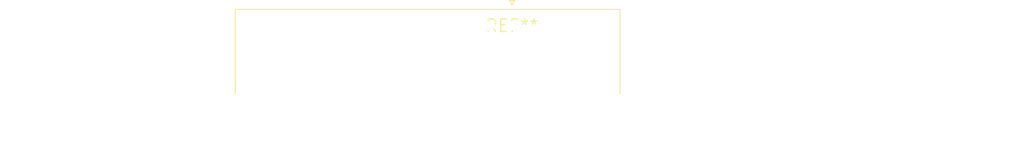
<source format=kicad_pcb>
(kicad_pcb (version 20240108) (generator pcbnew)
  (layers (0 "F.Cu" signal) (31 "B.Cu" signal) (34 "B.Paste" user) (35 "F.Paste" user) (36 "B.SilkS" user "B.Silkscreen") (37 "F.SilkS" user "F.Silkscreen") (38 "B.Mask" user) (39 "F.Mask" user) (44 "Edge.Cuts" user))
  (net 0 "")
  (footprint "DSUB-26-HD_Female_Horizontal_P2.29x1.98mm_EdgePinOffset3.03mm_Housed_MountingHolesOffset4.94mm" (layer "F.Cu") (at 0 0)
    (property "Reference" "REF**")
    (property "Value" "DSUB-26-HD_Female_Horizontal_P2.29x1.98mm_EdgePinOffset3.03mm_Housed_MountingHolesOffset4.94mm")
    (fp_line (start -28.285 -1.67) (end 11.035 -1.67) (layer "F.SilkS") (stroke (width 0.12)))
    (fp_line (start -28.285 6.93) (end -28.285 -1.67) (layer "F.SilkS") (stroke (width 0.12)))
    (fp_line (start -0.25 -2.564338) (end 0.25 -2.564338) (layer "F.SilkS") (stroke (width 0.12)))
    (fp_line (start 0 -2.131325) (end -0.25 -2.564338) (layer "F.SilkS") (stroke (width 0.12)))
    (fp_line (start 0.25 -2.564338) (end 0 -2.131325) (layer "F.SilkS") (stroke (width 0.12)))
    (fp_line (start 11.035 -1.67) (end 11.035 6.93) (layer "F.SilkS") (stroke (width 0.12)))
    (pad "0" thru_hole circle (at -25.275 2.05) (size 4 4) (drill 3.2) (layers *.Cu *.Mask) (remove_unused_layers))
    (pad "0" thru_hole circle (at 8.025 2.05) (size 4 4) (drill 3.2) (layers *.Cu *.Mask) (remove_unused_layers))
    (pad "1" thru_hole rect (at 0 0) (size 1.6 1.6) (drill 1) (layers *.Cu *.Mask) (remove_unused_layers))
    (pad "2" thru_hole circle (at -2.29 0) (size 1.6 1.6) (drill 1) (layers *.Cu *.Mask) (remove_unused_layers))
    (pad "3" thru_hole circle (at -4.58 0) (size 1.6 1.6) (drill 1) (layers *.Cu *.Mask) (remove_unused_layers))
    (pad "4" thru_hole circle (at -6.87 0) (size 1.6 1.6) (drill 1) (layers *.Cu *.Mask) (remove_unused_layers))
    (pad "5" thru_hole circle (at -9.16 0) (size 1.6 1.6) (drill 1) (layers *.Cu *.Mask) (remove_unused_layers))
    (pad "6" thru_hole circle (at -11.45 0) (size 1.6 1.6) (drill 1) (layers *.Cu *.Mask) (remove_unused_layers))
    (pad "7" thru_hole circle (at -13.74 0) (size 1.6 1.6) (drill 1) (layers *.Cu *.Mask) (remove_unused_layers))
    (pad "8" thru_hole circle (at -16.03 0) (size 1.6 1.6) (drill 1) (layers *.Cu *.Mask) (remove_unused_layers))
    (pad "9" thru_hole circle (at -18.32 0) (size 1.6 1.6) (drill 1) (layers *.Cu *.Mask) (remove_unused_layers))
    (pad "10" thru_hole circle (at 1.145 1.98) (size 1.6 1.6) (drill 1) (layers *.Cu *.Mask) (remove_unused_layers))
    (pad "11" thru_hole circle (at -1.145 1.98) (size 1.6 1.6) (drill 1) (layers *.Cu *.Mask) (remove_unused_layers))
    (pad "12" thru_hole circle (at -3.435 1.98) (size 1.6 1.6) (drill 1) (layers *.Cu *.Mask) (remove_unused_layers))
    (pad "13" thru_hole circle (at -5.725 1.98) (size 1.6 1.6) (drill 1) (layers *.Cu *.Mask) (remove_unused_layers))
    (pad "14" thru_hole circle (at -8.015 1.98) (size 1.6 1.6) (drill 1) (layers *.Cu *.Mask) (remove_unused_layers))
    (pad "15" thru_hole circle (at -10.305 1.98) (size 1.6 1.6) (drill 1) (layers *.Cu *.Mask) (remove_unused_layers))
    (pad "16" thru_hole circle (at -12.595 1.98) (size 1.6 1.6) (drill 1) (layers *.Cu *.Mask) (remove_unused_layers))
    (pad "17" thru_hole circle (at -14.885 1.98) (size 1.6 1.6) (drill 1) (layers *.Cu *.Mask) (remove_unused_layers))
    (pad "18" thru_hole circle (at -17.175 1.98) (size 1.6 1.6) (drill 1) (layers *.Cu *.Mask) (remove_unused_layers))
    (pad "19" thru_hole circle (at 0 3.96) (size 1.6 1.6) (drill 1) (layers *.Cu *.Mask) (remove_unused_layers))
    (pad "20" thru_hole circle (at -2.29 3.96) (size 1.6 1.6) (drill 1) (layers *.Cu *.Mask) (remove_unused_layers))
    (pad "21" thru_hole circle (at -4.58 3.96) (size 1.6 1.6) (drill 1) (layers *.Cu *.Mask) (remove_unused_layers))
    (pad "22" thru_hole circle (at -6.87 3.96) (size 1.6 1.6) (drill 1) (layers *.Cu *.Mask) (remove_unused_layers))
    (pad "23" thru_hole circle (at -9.16 3.96) (size 1.6 1.6) (drill 1) (layers *.Cu *.Mask) (remove_unused_layers))
    (pad "24" thru_hole circle (at -11.45 3.96) (size 1.6 1.6) (drill 1) (layers *.Cu *.Mask) (remove_unused_layers))
    (pad "25" thru_hole circle (at -13.74 3.96) (size 1.6 1.6) (drill 1) (layers *.Cu *.Mask) (remove_unused_layers))
    (pad "26" thru_hole circle (at -16.03 3.96) (size 1.6 1.6) (drill 1) (layers *.Cu *.Mask) (remove_unused_layers))
  )
)
</source>
